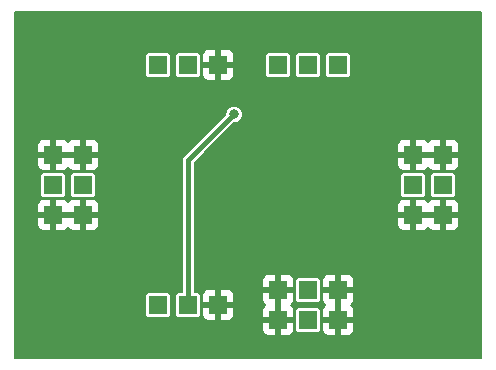
<source format=gbr>
%TF.GenerationSoftware,KiCad,Pcbnew,6.0.11+dfsg-1~bpo11+1*%
%TF.CreationDate,2023-04-13T12:24:12+00:00*%
%TF.ProjectId,STEPBUBODC01A,53544550-4255-4424-9f44-433031412e6b,rev?*%
%TF.SameCoordinates,Original*%
%TF.FileFunction,Copper,L1,Top*%
%TF.FilePolarity,Positive*%
%FSLAX46Y46*%
G04 Gerber Fmt 4.6, Leading zero omitted, Abs format (unit mm)*
G04 Created by KiCad (PCBNEW 6.0.11+dfsg-1~bpo11+1) date 2023-04-13 12:24:12*
%MOMM*%
%LPD*%
G01*
G04 APERTURE LIST*
%TA.AperFunction,ComponentPad*%
%ADD10R,1.524000X1.524000*%
%TD*%
%TA.AperFunction,ComponentPad*%
%ADD11C,6.000000*%
%TD*%
%TA.AperFunction,ViaPad*%
%ADD12C,0.800000*%
%TD*%
%TA.AperFunction,Conductor*%
%ADD13C,0.400000*%
%TD*%
G04 APERTURE END LIST*
D10*
%TO.P,J4,1*%
%TO.N,Net-(J4-Pad1)*%
X149860000Y-76200000D03*
%TO.P,J4,2*%
%TO.N,/FB*%
X147320000Y-76200000D03*
%TO.P,J4,3*%
%TO.N,Net-(J4-Pad3)*%
X144780000Y-76200000D03*
%TD*%
D11*
%TO.P,M4,1*%
%TO.N,GND*%
X157480000Y-96520000D03*
%TD*%
D10*
%TO.P,J2,1*%
%TO.N,GND*%
X125730000Y-83820000D03*
%TO.P,J2,2*%
X128270000Y-83820000D03*
%TO.P,J2,3*%
%TO.N,Net-(F1-Pad1)*%
X125730000Y-86360000D03*
%TO.P,J2,4*%
X128270000Y-86360000D03*
%TO.P,J2,5*%
%TO.N,GND*%
X125730000Y-88900000D03*
%TO.P,J2,6*%
X128270000Y-88900000D03*
%TD*%
%TO.P,J1,1*%
%TO.N,GND*%
X139700000Y-76200000D03*
%TO.P,J1,2*%
%TO.N,/en*%
X137160000Y-76200000D03*
%TO.P,J1,3*%
%TO.N,/V_in*%
X134620000Y-76200000D03*
%TD*%
%TO.P,J3,1*%
%TO.N,GND*%
X139700000Y-96520000D03*
%TO.P,J3,2*%
%TO.N,/mod*%
X137160000Y-96520000D03*
%TO.P,J3,3*%
%TO.N,/V_in*%
X134620000Y-96520000D03*
%TD*%
D11*
%TO.P,M1,1*%
%TO.N,GND*%
X127000000Y-76200000D03*
%TD*%
%TO.P,M2,1*%
%TO.N,GND*%
X127000000Y-96520000D03*
%TD*%
D10*
%TO.P,J5,1*%
%TO.N,GND*%
X149860000Y-95250000D03*
%TO.P,J5,2*%
X149860000Y-97790000D03*
%TO.P,J5,3*%
%TO.N,/V_out*%
X147320000Y-95250000D03*
%TO.P,J5,4*%
X147320000Y-97790000D03*
%TO.P,J5,5*%
%TO.N,GND*%
X144780000Y-95250000D03*
%TO.P,J5,6*%
X144780000Y-97790000D03*
%TD*%
D11*
%TO.P,M3,1*%
%TO.N,GND*%
X157480000Y-76200000D03*
%TD*%
D10*
%TO.P,J6,1*%
%TO.N,GND*%
X156210000Y-83820000D03*
%TO.P,J6,2*%
X158750000Y-83820000D03*
%TO.P,J6,3*%
%TO.N,/V_out*%
X156210000Y-86360000D03*
%TO.P,J6,4*%
X158750000Y-86360000D03*
%TO.P,J6,5*%
%TO.N,GND*%
X156210000Y-88900000D03*
%TO.P,J6,6*%
X158750000Y-88900000D03*
%TD*%
D12*
%TO.N,GND*%
X142417800Y-81838800D03*
%TO.N,/mod*%
X141046200Y-80391000D03*
%TD*%
D13*
%TO.N,/mod*%
X137160000Y-84277200D02*
X137160000Y-96520000D01*
X141046200Y-80391000D02*
X137160000Y-84277200D01*
%TD*%
%TA.AperFunction,Conductor*%
%TO.N,GND*%
G36*
X161993621Y-71648502D02*
G01*
X162040114Y-71702158D01*
X162051500Y-71754500D01*
X162051500Y-100965500D01*
X162031498Y-101033621D01*
X161977842Y-101080114D01*
X161925500Y-101091500D01*
X122554500Y-101091500D01*
X122486379Y-101071498D01*
X122439886Y-101017842D01*
X122428500Y-100965500D01*
X122428500Y-98596669D01*
X143510001Y-98596669D01*
X143510371Y-98603490D01*
X143515895Y-98654352D01*
X143519521Y-98669604D01*
X143564676Y-98790054D01*
X143573214Y-98805649D01*
X143649715Y-98907724D01*
X143662276Y-98920285D01*
X143764351Y-98996786D01*
X143779946Y-99005324D01*
X143900394Y-99050478D01*
X143915649Y-99054105D01*
X143966514Y-99059631D01*
X143973328Y-99060000D01*
X144507885Y-99060000D01*
X144523124Y-99055525D01*
X144524329Y-99054135D01*
X144526000Y-99046452D01*
X144526000Y-99041884D01*
X145034000Y-99041884D01*
X145038475Y-99057123D01*
X145039865Y-99058328D01*
X145047548Y-99059999D01*
X145586669Y-99059999D01*
X145593490Y-99059629D01*
X145644352Y-99054105D01*
X145659604Y-99050479D01*
X145780054Y-99005324D01*
X145795649Y-98996786D01*
X145897724Y-98920285D01*
X145910285Y-98907724D01*
X145986786Y-98805649D01*
X145995324Y-98790054D01*
X146040478Y-98669606D01*
X146044105Y-98654351D01*
X146049631Y-98603486D01*
X146050000Y-98596672D01*
X146050000Y-98062115D01*
X146045525Y-98046876D01*
X146044135Y-98045671D01*
X146036452Y-98044000D01*
X145052115Y-98044000D01*
X145036876Y-98048475D01*
X145035671Y-98049865D01*
X145034000Y-98057548D01*
X145034000Y-99041884D01*
X144526000Y-99041884D01*
X144526000Y-98062115D01*
X144521525Y-98046876D01*
X144520135Y-98045671D01*
X144512452Y-98044000D01*
X143528116Y-98044000D01*
X143512877Y-98048475D01*
X143511672Y-98049865D01*
X143510001Y-98057548D01*
X143510001Y-98596669D01*
X122428500Y-98596669D01*
X122428500Y-95732933D01*
X133603500Y-95732933D01*
X133603501Y-97307066D01*
X133618266Y-97381301D01*
X133674516Y-97465484D01*
X133758699Y-97521734D01*
X133832933Y-97536500D01*
X134619872Y-97536500D01*
X135407066Y-97536499D01*
X135442818Y-97529388D01*
X135469126Y-97524156D01*
X135469128Y-97524155D01*
X135481301Y-97521734D01*
X135491621Y-97514839D01*
X135491622Y-97514838D01*
X135555168Y-97472377D01*
X135565484Y-97465484D01*
X135621734Y-97381301D01*
X135636500Y-97307067D01*
X135636499Y-95732934D01*
X135636499Y-95732933D01*
X136143500Y-95732933D01*
X136143501Y-97307066D01*
X136158266Y-97381301D01*
X136214516Y-97465484D01*
X136298699Y-97521734D01*
X136372933Y-97536500D01*
X137159872Y-97536500D01*
X137947066Y-97536499D01*
X137982818Y-97529388D01*
X138009126Y-97524156D01*
X138009128Y-97524155D01*
X138021301Y-97521734D01*
X138031621Y-97514839D01*
X138031622Y-97514838D01*
X138095168Y-97472377D01*
X138105484Y-97465484D01*
X138161734Y-97381301D01*
X138172601Y-97326669D01*
X138430001Y-97326669D01*
X138430371Y-97333490D01*
X138435895Y-97384352D01*
X138439521Y-97399604D01*
X138484676Y-97520054D01*
X138493214Y-97535649D01*
X138569715Y-97637724D01*
X138582276Y-97650285D01*
X138684351Y-97726786D01*
X138699946Y-97735324D01*
X138820394Y-97780478D01*
X138835649Y-97784105D01*
X138886514Y-97789631D01*
X138893328Y-97790000D01*
X139427885Y-97790000D01*
X139443124Y-97785525D01*
X139444329Y-97784135D01*
X139446000Y-97776452D01*
X139446000Y-97771884D01*
X139954000Y-97771884D01*
X139958475Y-97787123D01*
X139959865Y-97788328D01*
X139967548Y-97789999D01*
X140506669Y-97789999D01*
X140513490Y-97789629D01*
X140564352Y-97784105D01*
X140579604Y-97780479D01*
X140700054Y-97735324D01*
X140715649Y-97726786D01*
X140817724Y-97650285D01*
X140830285Y-97637724D01*
X140906786Y-97535649D01*
X140915324Y-97520054D01*
X140916137Y-97517885D01*
X143510000Y-97517885D01*
X143514475Y-97533124D01*
X143515865Y-97534329D01*
X143523548Y-97536000D01*
X144507885Y-97536000D01*
X144523124Y-97531525D01*
X144524329Y-97530135D01*
X144526000Y-97522452D01*
X144526000Y-97517885D01*
X145034000Y-97517885D01*
X145038475Y-97533124D01*
X145039865Y-97534329D01*
X145047548Y-97536000D01*
X146031884Y-97536000D01*
X146047123Y-97531525D01*
X146048328Y-97530135D01*
X146049999Y-97522452D01*
X146049999Y-97002933D01*
X146303500Y-97002933D01*
X146303501Y-98577066D01*
X146318266Y-98651301D01*
X146374516Y-98735484D01*
X146458699Y-98791734D01*
X146532933Y-98806500D01*
X147319872Y-98806500D01*
X148107066Y-98806499D01*
X148142818Y-98799388D01*
X148169126Y-98794156D01*
X148169128Y-98794155D01*
X148181301Y-98791734D01*
X148191621Y-98784839D01*
X148191622Y-98784838D01*
X148255168Y-98742377D01*
X148265484Y-98735484D01*
X148321734Y-98651301D01*
X148332601Y-98596669D01*
X148590001Y-98596669D01*
X148590371Y-98603490D01*
X148595895Y-98654352D01*
X148599521Y-98669604D01*
X148644676Y-98790054D01*
X148653214Y-98805649D01*
X148729715Y-98907724D01*
X148742276Y-98920285D01*
X148844351Y-98996786D01*
X148859946Y-99005324D01*
X148980394Y-99050478D01*
X148995649Y-99054105D01*
X149046514Y-99059631D01*
X149053328Y-99060000D01*
X149587885Y-99060000D01*
X149603124Y-99055525D01*
X149604329Y-99054135D01*
X149606000Y-99046452D01*
X149606000Y-99041884D01*
X150114000Y-99041884D01*
X150118475Y-99057123D01*
X150119865Y-99058328D01*
X150127548Y-99059999D01*
X150666669Y-99059999D01*
X150673490Y-99059629D01*
X150724352Y-99054105D01*
X150739604Y-99050479D01*
X150860054Y-99005324D01*
X150875649Y-98996786D01*
X150977724Y-98920285D01*
X150990285Y-98907724D01*
X151066786Y-98805649D01*
X151075324Y-98790054D01*
X151120478Y-98669606D01*
X151124105Y-98654351D01*
X151129631Y-98603486D01*
X151130000Y-98596672D01*
X151130000Y-98062115D01*
X151125525Y-98046876D01*
X151124135Y-98045671D01*
X151116452Y-98044000D01*
X150132115Y-98044000D01*
X150116876Y-98048475D01*
X150115671Y-98049865D01*
X150114000Y-98057548D01*
X150114000Y-99041884D01*
X149606000Y-99041884D01*
X149606000Y-98062115D01*
X149601525Y-98046876D01*
X149600135Y-98045671D01*
X149592452Y-98044000D01*
X148608116Y-98044000D01*
X148592877Y-98048475D01*
X148591672Y-98049865D01*
X148590001Y-98057548D01*
X148590001Y-98596669D01*
X148332601Y-98596669D01*
X148336500Y-98577067D01*
X148336499Y-97517885D01*
X148590000Y-97517885D01*
X148594475Y-97533124D01*
X148595865Y-97534329D01*
X148603548Y-97536000D01*
X149587885Y-97536000D01*
X149603124Y-97531525D01*
X149604329Y-97530135D01*
X149606000Y-97522452D01*
X149606000Y-97517885D01*
X150114000Y-97517885D01*
X150118475Y-97533124D01*
X150119865Y-97534329D01*
X150127548Y-97536000D01*
X151111884Y-97536000D01*
X151127123Y-97531525D01*
X151128328Y-97530135D01*
X151129999Y-97522452D01*
X151129999Y-96983331D01*
X151129629Y-96976510D01*
X151124105Y-96925648D01*
X151120479Y-96910396D01*
X151075324Y-96789946D01*
X151066786Y-96774351D01*
X150990285Y-96672276D01*
X150977725Y-96659716D01*
X150925835Y-96620827D01*
X150883319Y-96563968D01*
X150878293Y-96493149D01*
X150912353Y-96430856D01*
X150925835Y-96419173D01*
X150977725Y-96380284D01*
X150990285Y-96367724D01*
X151066786Y-96265649D01*
X151075324Y-96250054D01*
X151120478Y-96129606D01*
X151124105Y-96114351D01*
X151129631Y-96063486D01*
X151130000Y-96056672D01*
X151130000Y-95522115D01*
X151125525Y-95506876D01*
X151124135Y-95505671D01*
X151116452Y-95504000D01*
X150132115Y-95504000D01*
X150116876Y-95508475D01*
X150115671Y-95509865D01*
X150114000Y-95517548D01*
X150114000Y-97517885D01*
X149606000Y-97517885D01*
X149606000Y-95522115D01*
X149601525Y-95506876D01*
X149600135Y-95505671D01*
X149592452Y-95504000D01*
X148608116Y-95504000D01*
X148592877Y-95508475D01*
X148591672Y-95509865D01*
X148590001Y-95517548D01*
X148590001Y-96056669D01*
X148590371Y-96063490D01*
X148595895Y-96114352D01*
X148599521Y-96129604D01*
X148644676Y-96250054D01*
X148653214Y-96265649D01*
X148729715Y-96367724D01*
X148742275Y-96380284D01*
X148794165Y-96419173D01*
X148836681Y-96476032D01*
X148841707Y-96546851D01*
X148807647Y-96609144D01*
X148794165Y-96620827D01*
X148742275Y-96659716D01*
X148729715Y-96672276D01*
X148653214Y-96774351D01*
X148644676Y-96789946D01*
X148599522Y-96910394D01*
X148595895Y-96925649D01*
X148590369Y-96976514D01*
X148590000Y-96983328D01*
X148590000Y-97517885D01*
X148336499Y-97517885D01*
X148336499Y-97002934D01*
X148321734Y-96928699D01*
X148265484Y-96844516D01*
X148181301Y-96788266D01*
X148107067Y-96773500D01*
X147320128Y-96773500D01*
X146532934Y-96773501D01*
X146497182Y-96780612D01*
X146470874Y-96785844D01*
X146470872Y-96785845D01*
X146458699Y-96788266D01*
X146448379Y-96795161D01*
X146448378Y-96795162D01*
X146387985Y-96835516D01*
X146374516Y-96844516D01*
X146318266Y-96928699D01*
X146303500Y-97002933D01*
X146049999Y-97002933D01*
X146049999Y-96983331D01*
X146049629Y-96976510D01*
X146044105Y-96925648D01*
X146040479Y-96910396D01*
X145995324Y-96789946D01*
X145986786Y-96774351D01*
X145910285Y-96672276D01*
X145897725Y-96659716D01*
X145845835Y-96620827D01*
X145803319Y-96563968D01*
X145798293Y-96493149D01*
X145832353Y-96430856D01*
X145845835Y-96419173D01*
X145897725Y-96380284D01*
X145910285Y-96367724D01*
X145986786Y-96265649D01*
X145995324Y-96250054D01*
X146040478Y-96129606D01*
X146044105Y-96114351D01*
X146049631Y-96063486D01*
X146050000Y-96056672D01*
X146050000Y-95522115D01*
X146045525Y-95506876D01*
X146044135Y-95505671D01*
X146036452Y-95504000D01*
X145052115Y-95504000D01*
X145036876Y-95508475D01*
X145035671Y-95509865D01*
X145034000Y-95517548D01*
X145034000Y-97517885D01*
X144526000Y-97517885D01*
X144526000Y-95522115D01*
X144521525Y-95506876D01*
X144520135Y-95505671D01*
X144512452Y-95504000D01*
X143528116Y-95504000D01*
X143512877Y-95508475D01*
X143511672Y-95509865D01*
X143510001Y-95517548D01*
X143510001Y-96056669D01*
X143510371Y-96063490D01*
X143515895Y-96114352D01*
X143519521Y-96129604D01*
X143564676Y-96250054D01*
X143573214Y-96265649D01*
X143649715Y-96367724D01*
X143662275Y-96380284D01*
X143714165Y-96419173D01*
X143756681Y-96476032D01*
X143761707Y-96546851D01*
X143727647Y-96609144D01*
X143714165Y-96620827D01*
X143662275Y-96659716D01*
X143649715Y-96672276D01*
X143573214Y-96774351D01*
X143564676Y-96789946D01*
X143519522Y-96910394D01*
X143515895Y-96925649D01*
X143510369Y-96976514D01*
X143510000Y-96983328D01*
X143510000Y-97517885D01*
X140916137Y-97517885D01*
X140960478Y-97399606D01*
X140964105Y-97384351D01*
X140969631Y-97333486D01*
X140970000Y-97326672D01*
X140970000Y-96792115D01*
X140965525Y-96776876D01*
X140964135Y-96775671D01*
X140956452Y-96774000D01*
X139972115Y-96774000D01*
X139956876Y-96778475D01*
X139955671Y-96779865D01*
X139954000Y-96787548D01*
X139954000Y-97771884D01*
X139446000Y-97771884D01*
X139446000Y-96792115D01*
X139441525Y-96776876D01*
X139440135Y-96775671D01*
X139432452Y-96774000D01*
X138448116Y-96774000D01*
X138432877Y-96778475D01*
X138431672Y-96779865D01*
X138430001Y-96787548D01*
X138430001Y-97326669D01*
X138172601Y-97326669D01*
X138176500Y-97307067D01*
X138176499Y-96247885D01*
X138430000Y-96247885D01*
X138434475Y-96263124D01*
X138435865Y-96264329D01*
X138443548Y-96266000D01*
X139427885Y-96266000D01*
X139443124Y-96261525D01*
X139444329Y-96260135D01*
X139446000Y-96252452D01*
X139446000Y-96247885D01*
X139954000Y-96247885D01*
X139958475Y-96263124D01*
X139959865Y-96264329D01*
X139967548Y-96266000D01*
X140951884Y-96266000D01*
X140967123Y-96261525D01*
X140968328Y-96260135D01*
X140969999Y-96252452D01*
X140969999Y-95713331D01*
X140969629Y-95706510D01*
X140964105Y-95655648D01*
X140960479Y-95640396D01*
X140915324Y-95519946D01*
X140906786Y-95504351D01*
X140830285Y-95402276D01*
X140817724Y-95389715D01*
X140715649Y-95313214D01*
X140700054Y-95304676D01*
X140579606Y-95259522D01*
X140564351Y-95255895D01*
X140513486Y-95250369D01*
X140506672Y-95250000D01*
X139972115Y-95250000D01*
X139956876Y-95254475D01*
X139955671Y-95255865D01*
X139954000Y-95263548D01*
X139954000Y-96247885D01*
X139446000Y-96247885D01*
X139446000Y-95268116D01*
X139441525Y-95252877D01*
X139440135Y-95251672D01*
X139432452Y-95250001D01*
X138893331Y-95250001D01*
X138886510Y-95250371D01*
X138835648Y-95255895D01*
X138820396Y-95259521D01*
X138699946Y-95304676D01*
X138684351Y-95313214D01*
X138582276Y-95389715D01*
X138569715Y-95402276D01*
X138493214Y-95504351D01*
X138484676Y-95519946D01*
X138439522Y-95640394D01*
X138435895Y-95655649D01*
X138430369Y-95706514D01*
X138430000Y-95713328D01*
X138430000Y-96247885D01*
X138176499Y-96247885D01*
X138176499Y-95732934D01*
X138161734Y-95658699D01*
X138105484Y-95574516D01*
X138021301Y-95518266D01*
X137947067Y-95503500D01*
X137740500Y-95503500D01*
X137672379Y-95483498D01*
X137625886Y-95429842D01*
X137614500Y-95377500D01*
X137614500Y-94977885D01*
X143510000Y-94977885D01*
X143514475Y-94993124D01*
X143515865Y-94994329D01*
X143523548Y-94996000D01*
X144507885Y-94996000D01*
X144523124Y-94991525D01*
X144524329Y-94990135D01*
X144526000Y-94982452D01*
X144526000Y-94977885D01*
X145034000Y-94977885D01*
X145038475Y-94993124D01*
X145039865Y-94994329D01*
X145047548Y-94996000D01*
X146031884Y-94996000D01*
X146047123Y-94991525D01*
X146048328Y-94990135D01*
X146049999Y-94982452D01*
X146049999Y-94462933D01*
X146303500Y-94462933D01*
X146303501Y-96037066D01*
X146318266Y-96111301D01*
X146374516Y-96195484D01*
X146458699Y-96251734D01*
X146532933Y-96266500D01*
X147319872Y-96266500D01*
X148107066Y-96266499D01*
X148142818Y-96259388D01*
X148169126Y-96254156D01*
X148169128Y-96254155D01*
X148181301Y-96251734D01*
X148191621Y-96244839D01*
X148191622Y-96244838D01*
X148255168Y-96202377D01*
X148265484Y-96195484D01*
X148321734Y-96111301D01*
X148336500Y-96037067D01*
X148336499Y-94977885D01*
X148590000Y-94977885D01*
X148594475Y-94993124D01*
X148595865Y-94994329D01*
X148603548Y-94996000D01*
X149587885Y-94996000D01*
X149603124Y-94991525D01*
X149604329Y-94990135D01*
X149606000Y-94982452D01*
X149606000Y-94977885D01*
X150114000Y-94977885D01*
X150118475Y-94993124D01*
X150119865Y-94994329D01*
X150127548Y-94996000D01*
X151111884Y-94996000D01*
X151127123Y-94991525D01*
X151128328Y-94990135D01*
X151129999Y-94982452D01*
X151129999Y-94443331D01*
X151129629Y-94436510D01*
X151124105Y-94385648D01*
X151120479Y-94370396D01*
X151075324Y-94249946D01*
X151066786Y-94234351D01*
X150990285Y-94132276D01*
X150977724Y-94119715D01*
X150875649Y-94043214D01*
X150860054Y-94034676D01*
X150739606Y-93989522D01*
X150724351Y-93985895D01*
X150673486Y-93980369D01*
X150666672Y-93980000D01*
X150132115Y-93980000D01*
X150116876Y-93984475D01*
X150115671Y-93985865D01*
X150114000Y-93993548D01*
X150114000Y-94977885D01*
X149606000Y-94977885D01*
X149606000Y-93998116D01*
X149601525Y-93982877D01*
X149600135Y-93981672D01*
X149592452Y-93980001D01*
X149053331Y-93980001D01*
X149046510Y-93980371D01*
X148995648Y-93985895D01*
X148980396Y-93989521D01*
X148859946Y-94034676D01*
X148844351Y-94043214D01*
X148742276Y-94119715D01*
X148729715Y-94132276D01*
X148653214Y-94234351D01*
X148644676Y-94249946D01*
X148599522Y-94370394D01*
X148595895Y-94385649D01*
X148590369Y-94436514D01*
X148590000Y-94443328D01*
X148590000Y-94977885D01*
X148336499Y-94977885D01*
X148336499Y-94462934D01*
X148321734Y-94388699D01*
X148265484Y-94304516D01*
X148181301Y-94248266D01*
X148107067Y-94233500D01*
X147320128Y-94233500D01*
X146532934Y-94233501D01*
X146497182Y-94240612D01*
X146470874Y-94245844D01*
X146470872Y-94245845D01*
X146458699Y-94248266D01*
X146448379Y-94255161D01*
X146448378Y-94255162D01*
X146387985Y-94295516D01*
X146374516Y-94304516D01*
X146318266Y-94388699D01*
X146303500Y-94462933D01*
X146049999Y-94462933D01*
X146049999Y-94443331D01*
X146049629Y-94436510D01*
X146044105Y-94385648D01*
X146040479Y-94370396D01*
X145995324Y-94249946D01*
X145986786Y-94234351D01*
X145910285Y-94132276D01*
X145897724Y-94119715D01*
X145795649Y-94043214D01*
X145780054Y-94034676D01*
X145659606Y-93989522D01*
X145644351Y-93985895D01*
X145593486Y-93980369D01*
X145586672Y-93980000D01*
X145052115Y-93980000D01*
X145036876Y-93984475D01*
X145035671Y-93985865D01*
X145034000Y-93993548D01*
X145034000Y-94977885D01*
X144526000Y-94977885D01*
X144526000Y-93998116D01*
X144521525Y-93982877D01*
X144520135Y-93981672D01*
X144512452Y-93980001D01*
X143973331Y-93980001D01*
X143966510Y-93980371D01*
X143915648Y-93985895D01*
X143900396Y-93989521D01*
X143779946Y-94034676D01*
X143764351Y-94043214D01*
X143662276Y-94119715D01*
X143649715Y-94132276D01*
X143573214Y-94234351D01*
X143564676Y-94249946D01*
X143519522Y-94370394D01*
X143515895Y-94385649D01*
X143510369Y-94436514D01*
X143510000Y-94443328D01*
X143510000Y-94977885D01*
X137614500Y-94977885D01*
X137614500Y-89706669D01*
X154940001Y-89706669D01*
X154940371Y-89713490D01*
X154945895Y-89764352D01*
X154949521Y-89779604D01*
X154994676Y-89900054D01*
X155003214Y-89915649D01*
X155079715Y-90017724D01*
X155092276Y-90030285D01*
X155194351Y-90106786D01*
X155209946Y-90115324D01*
X155330394Y-90160478D01*
X155345649Y-90164105D01*
X155396514Y-90169631D01*
X155403328Y-90170000D01*
X155937885Y-90170000D01*
X155953124Y-90165525D01*
X155954329Y-90164135D01*
X155956000Y-90156452D01*
X155956000Y-90151884D01*
X156464000Y-90151884D01*
X156468475Y-90167123D01*
X156469865Y-90168328D01*
X156477548Y-90169999D01*
X157016669Y-90169999D01*
X157023490Y-90169629D01*
X157074352Y-90164105D01*
X157089604Y-90160479D01*
X157210054Y-90115324D01*
X157225649Y-90106786D01*
X157327724Y-90030285D01*
X157340284Y-90017725D01*
X157379173Y-89965835D01*
X157436032Y-89923319D01*
X157506851Y-89918293D01*
X157569144Y-89952353D01*
X157580827Y-89965835D01*
X157619716Y-90017725D01*
X157632276Y-90030285D01*
X157734351Y-90106786D01*
X157749946Y-90115324D01*
X157870394Y-90160478D01*
X157885649Y-90164105D01*
X157936514Y-90169631D01*
X157943328Y-90170000D01*
X158477885Y-90170000D01*
X158493124Y-90165525D01*
X158494329Y-90164135D01*
X158496000Y-90156452D01*
X158496000Y-90151884D01*
X159004000Y-90151884D01*
X159008475Y-90167123D01*
X159009865Y-90168328D01*
X159017548Y-90169999D01*
X159556669Y-90169999D01*
X159563490Y-90169629D01*
X159614352Y-90164105D01*
X159629604Y-90160479D01*
X159750054Y-90115324D01*
X159765649Y-90106786D01*
X159867724Y-90030285D01*
X159880285Y-90017724D01*
X159956786Y-89915649D01*
X159965324Y-89900054D01*
X160010478Y-89779606D01*
X160014105Y-89764351D01*
X160019631Y-89713486D01*
X160020000Y-89706672D01*
X160020000Y-89172115D01*
X160015525Y-89156876D01*
X160014135Y-89155671D01*
X160006452Y-89154000D01*
X159022115Y-89154000D01*
X159006876Y-89158475D01*
X159005671Y-89159865D01*
X159004000Y-89167548D01*
X159004000Y-90151884D01*
X158496000Y-90151884D01*
X158496000Y-89172115D01*
X158491525Y-89156876D01*
X158490135Y-89155671D01*
X158482452Y-89154000D01*
X156482115Y-89154000D01*
X156466876Y-89158475D01*
X156465671Y-89159865D01*
X156464000Y-89167548D01*
X156464000Y-90151884D01*
X155956000Y-90151884D01*
X155956000Y-89172115D01*
X155951525Y-89156876D01*
X155950135Y-89155671D01*
X155942452Y-89154000D01*
X154958116Y-89154000D01*
X154942877Y-89158475D01*
X154941672Y-89159865D01*
X154940001Y-89167548D01*
X154940001Y-89706669D01*
X137614500Y-89706669D01*
X137614500Y-88627885D01*
X154940000Y-88627885D01*
X154944475Y-88643124D01*
X154945865Y-88644329D01*
X154953548Y-88646000D01*
X155937885Y-88646000D01*
X155953124Y-88641525D01*
X155954329Y-88640135D01*
X155956000Y-88632452D01*
X155956000Y-88627885D01*
X156464000Y-88627885D01*
X156468475Y-88643124D01*
X156469865Y-88644329D01*
X156477548Y-88646000D01*
X158477885Y-88646000D01*
X158493124Y-88641525D01*
X158494329Y-88640135D01*
X158496000Y-88632452D01*
X158496000Y-88627885D01*
X159004000Y-88627885D01*
X159008475Y-88643124D01*
X159009865Y-88644329D01*
X159017548Y-88646000D01*
X160001884Y-88646000D01*
X160017123Y-88641525D01*
X160018328Y-88640135D01*
X160019999Y-88632452D01*
X160019999Y-88093331D01*
X160019629Y-88086510D01*
X160014105Y-88035648D01*
X160010479Y-88020396D01*
X159965324Y-87899946D01*
X159956786Y-87884351D01*
X159880285Y-87782276D01*
X159867724Y-87769715D01*
X159765649Y-87693214D01*
X159750054Y-87684676D01*
X159629606Y-87639522D01*
X159614351Y-87635895D01*
X159563486Y-87630369D01*
X159556672Y-87630000D01*
X159022115Y-87630000D01*
X159006876Y-87634475D01*
X159005671Y-87635865D01*
X159004000Y-87643548D01*
X159004000Y-88627885D01*
X158496000Y-88627885D01*
X158496000Y-87648116D01*
X158491525Y-87632877D01*
X158490135Y-87631672D01*
X158482452Y-87630001D01*
X157943331Y-87630001D01*
X157936510Y-87630371D01*
X157885648Y-87635895D01*
X157870396Y-87639521D01*
X157749946Y-87684676D01*
X157734351Y-87693214D01*
X157632276Y-87769715D01*
X157619716Y-87782275D01*
X157580827Y-87834165D01*
X157523968Y-87876681D01*
X157453149Y-87881707D01*
X157390856Y-87847647D01*
X157379173Y-87834165D01*
X157340284Y-87782275D01*
X157327724Y-87769715D01*
X157225649Y-87693214D01*
X157210054Y-87684676D01*
X157089606Y-87639522D01*
X157074351Y-87635895D01*
X157023486Y-87630369D01*
X157016672Y-87630000D01*
X156482115Y-87630000D01*
X156466876Y-87634475D01*
X156465671Y-87635865D01*
X156464000Y-87643548D01*
X156464000Y-88627885D01*
X155956000Y-88627885D01*
X155956000Y-87648116D01*
X155951525Y-87632877D01*
X155950135Y-87631672D01*
X155942452Y-87630001D01*
X155403331Y-87630001D01*
X155396510Y-87630371D01*
X155345648Y-87635895D01*
X155330396Y-87639521D01*
X155209946Y-87684676D01*
X155194351Y-87693214D01*
X155092276Y-87769715D01*
X155079715Y-87782276D01*
X155003214Y-87884351D01*
X154994676Y-87899946D01*
X154949522Y-88020394D01*
X154945895Y-88035649D01*
X154940369Y-88086514D01*
X154940000Y-88093328D01*
X154940000Y-88627885D01*
X137614500Y-88627885D01*
X137614500Y-85572933D01*
X155193500Y-85572933D01*
X155193501Y-87147066D01*
X155208266Y-87221301D01*
X155264516Y-87305484D01*
X155348699Y-87361734D01*
X155422933Y-87376500D01*
X156209872Y-87376500D01*
X156997066Y-87376499D01*
X157032818Y-87369388D01*
X157059126Y-87364156D01*
X157059128Y-87364155D01*
X157071301Y-87361734D01*
X157081621Y-87354839D01*
X157081622Y-87354838D01*
X157145168Y-87312377D01*
X157155484Y-87305484D01*
X157211734Y-87221301D01*
X157226500Y-87147067D01*
X157226499Y-85572934D01*
X157226499Y-85572933D01*
X157733500Y-85572933D01*
X157733501Y-87147066D01*
X157748266Y-87221301D01*
X157804516Y-87305484D01*
X157888699Y-87361734D01*
X157962933Y-87376500D01*
X158749872Y-87376500D01*
X159537066Y-87376499D01*
X159572818Y-87369388D01*
X159599126Y-87364156D01*
X159599128Y-87364155D01*
X159611301Y-87361734D01*
X159621621Y-87354839D01*
X159621622Y-87354838D01*
X159685168Y-87312377D01*
X159695484Y-87305484D01*
X159751734Y-87221301D01*
X159766500Y-87147067D01*
X159766499Y-85572934D01*
X159751734Y-85498699D01*
X159695484Y-85414516D01*
X159611301Y-85358266D01*
X159537067Y-85343500D01*
X158750128Y-85343500D01*
X157962934Y-85343501D01*
X157927182Y-85350612D01*
X157900874Y-85355844D01*
X157900872Y-85355845D01*
X157888699Y-85358266D01*
X157878379Y-85365161D01*
X157878378Y-85365162D01*
X157817985Y-85405516D01*
X157804516Y-85414516D01*
X157748266Y-85498699D01*
X157733500Y-85572933D01*
X157226499Y-85572933D01*
X157211734Y-85498699D01*
X157155484Y-85414516D01*
X157071301Y-85358266D01*
X156997067Y-85343500D01*
X156210128Y-85343500D01*
X155422934Y-85343501D01*
X155387182Y-85350612D01*
X155360874Y-85355844D01*
X155360872Y-85355845D01*
X155348699Y-85358266D01*
X155338379Y-85365161D01*
X155338378Y-85365162D01*
X155277985Y-85405516D01*
X155264516Y-85414516D01*
X155208266Y-85498699D01*
X155193500Y-85572933D01*
X137614500Y-85572933D01*
X137614500Y-84626669D01*
X154940001Y-84626669D01*
X154940371Y-84633490D01*
X154945895Y-84684352D01*
X154949521Y-84699604D01*
X154994676Y-84820054D01*
X155003214Y-84835649D01*
X155079715Y-84937724D01*
X155092276Y-84950285D01*
X155194351Y-85026786D01*
X155209946Y-85035324D01*
X155330394Y-85080478D01*
X155345649Y-85084105D01*
X155396514Y-85089631D01*
X155403328Y-85090000D01*
X155937885Y-85090000D01*
X155953124Y-85085525D01*
X155954329Y-85084135D01*
X155956000Y-85076452D01*
X155956000Y-85071884D01*
X156464000Y-85071884D01*
X156468475Y-85087123D01*
X156469865Y-85088328D01*
X156477548Y-85089999D01*
X157016669Y-85089999D01*
X157023490Y-85089629D01*
X157074352Y-85084105D01*
X157089604Y-85080479D01*
X157210054Y-85035324D01*
X157225649Y-85026786D01*
X157327724Y-84950285D01*
X157340284Y-84937725D01*
X157379173Y-84885835D01*
X157436032Y-84843319D01*
X157506851Y-84838293D01*
X157569144Y-84872353D01*
X157580827Y-84885835D01*
X157619716Y-84937725D01*
X157632276Y-84950285D01*
X157734351Y-85026786D01*
X157749946Y-85035324D01*
X157870394Y-85080478D01*
X157885649Y-85084105D01*
X157936514Y-85089631D01*
X157943328Y-85090000D01*
X158477885Y-85090000D01*
X158493124Y-85085525D01*
X158494329Y-85084135D01*
X158496000Y-85076452D01*
X158496000Y-85071884D01*
X159004000Y-85071884D01*
X159008475Y-85087123D01*
X159009865Y-85088328D01*
X159017548Y-85089999D01*
X159556669Y-85089999D01*
X159563490Y-85089629D01*
X159614352Y-85084105D01*
X159629604Y-85080479D01*
X159750054Y-85035324D01*
X159765649Y-85026786D01*
X159867724Y-84950285D01*
X159880285Y-84937724D01*
X159956786Y-84835649D01*
X159965324Y-84820054D01*
X160010478Y-84699606D01*
X160014105Y-84684351D01*
X160019631Y-84633486D01*
X160020000Y-84626672D01*
X160020000Y-84092115D01*
X160015525Y-84076876D01*
X160014135Y-84075671D01*
X160006452Y-84074000D01*
X159022115Y-84074000D01*
X159006876Y-84078475D01*
X159005671Y-84079865D01*
X159004000Y-84087548D01*
X159004000Y-85071884D01*
X158496000Y-85071884D01*
X158496000Y-84092115D01*
X158491525Y-84076876D01*
X158490135Y-84075671D01*
X158482452Y-84074000D01*
X156482115Y-84074000D01*
X156466876Y-84078475D01*
X156465671Y-84079865D01*
X156464000Y-84087548D01*
X156464000Y-85071884D01*
X155956000Y-85071884D01*
X155956000Y-84092115D01*
X155951525Y-84076876D01*
X155950135Y-84075671D01*
X155942452Y-84074000D01*
X154958116Y-84074000D01*
X154942877Y-84078475D01*
X154941672Y-84079865D01*
X154940001Y-84087548D01*
X154940001Y-84626669D01*
X137614500Y-84626669D01*
X137614500Y-84517650D01*
X137634502Y-84449529D01*
X137651405Y-84428555D01*
X138532075Y-83547885D01*
X154940000Y-83547885D01*
X154944475Y-83563124D01*
X154945865Y-83564329D01*
X154953548Y-83566000D01*
X155937885Y-83566000D01*
X155953124Y-83561525D01*
X155954329Y-83560135D01*
X155956000Y-83552452D01*
X155956000Y-83547885D01*
X156464000Y-83547885D01*
X156468475Y-83563124D01*
X156469865Y-83564329D01*
X156477548Y-83566000D01*
X158477885Y-83566000D01*
X158493124Y-83561525D01*
X158494329Y-83560135D01*
X158496000Y-83552452D01*
X158496000Y-83547885D01*
X159004000Y-83547885D01*
X159008475Y-83563124D01*
X159009865Y-83564329D01*
X159017548Y-83566000D01*
X160001884Y-83566000D01*
X160017123Y-83561525D01*
X160018328Y-83560135D01*
X160019999Y-83552452D01*
X160019999Y-83013331D01*
X160019629Y-83006510D01*
X160014105Y-82955648D01*
X160010479Y-82940396D01*
X159965324Y-82819946D01*
X159956786Y-82804351D01*
X159880285Y-82702276D01*
X159867724Y-82689715D01*
X159765649Y-82613214D01*
X159750054Y-82604676D01*
X159629606Y-82559522D01*
X159614351Y-82555895D01*
X159563486Y-82550369D01*
X159556672Y-82550000D01*
X159022115Y-82550000D01*
X159006876Y-82554475D01*
X159005671Y-82555865D01*
X159004000Y-82563548D01*
X159004000Y-83547885D01*
X158496000Y-83547885D01*
X158496000Y-82568116D01*
X158491525Y-82552877D01*
X158490135Y-82551672D01*
X158482452Y-82550001D01*
X157943331Y-82550001D01*
X157936510Y-82550371D01*
X157885648Y-82555895D01*
X157870396Y-82559521D01*
X157749946Y-82604676D01*
X157734351Y-82613214D01*
X157632276Y-82689715D01*
X157619716Y-82702275D01*
X157580827Y-82754165D01*
X157523968Y-82796681D01*
X157453149Y-82801707D01*
X157390856Y-82767647D01*
X157379173Y-82754165D01*
X157340284Y-82702275D01*
X157327724Y-82689715D01*
X157225649Y-82613214D01*
X157210054Y-82604676D01*
X157089606Y-82559522D01*
X157074351Y-82555895D01*
X157023486Y-82550369D01*
X157016672Y-82550000D01*
X156482115Y-82550000D01*
X156466876Y-82554475D01*
X156465671Y-82555865D01*
X156464000Y-82563548D01*
X156464000Y-83547885D01*
X155956000Y-83547885D01*
X155956000Y-82568116D01*
X155951525Y-82552877D01*
X155950135Y-82551672D01*
X155942452Y-82550001D01*
X155403331Y-82550001D01*
X155396510Y-82550371D01*
X155345648Y-82555895D01*
X155330396Y-82559521D01*
X155209946Y-82604676D01*
X155194351Y-82613214D01*
X155092276Y-82689715D01*
X155079715Y-82702276D01*
X155003214Y-82804351D01*
X154994676Y-82819946D01*
X154949522Y-82940394D01*
X154945895Y-82955649D01*
X154940369Y-83006514D01*
X154940000Y-83013328D01*
X154940000Y-83547885D01*
X138532075Y-83547885D01*
X140996804Y-81083156D01*
X141059116Y-81049130D01*
X141087878Y-81046267D01*
X141092362Y-81046338D01*
X141107519Y-81046576D01*
X141107522Y-81046576D01*
X141115116Y-81046695D01*
X141269532Y-81011329D01*
X141339942Y-80975917D01*
X141404272Y-80943563D01*
X141404275Y-80943561D01*
X141411055Y-80940151D01*
X141416826Y-80935222D01*
X141416829Y-80935220D01*
X141525736Y-80842204D01*
X141525736Y-80842203D01*
X141531514Y-80837269D01*
X141623955Y-80708624D01*
X141683042Y-80561641D01*
X141705362Y-80404807D01*
X141705507Y-80391000D01*
X141686476Y-80233733D01*
X141630480Y-80085546D01*
X141540753Y-79954992D01*
X141422475Y-79849611D01*
X141415089Y-79845700D01*
X141289188Y-79779039D01*
X141289189Y-79779039D01*
X141282474Y-79775484D01*
X141128833Y-79736892D01*
X141121234Y-79736852D01*
X141121233Y-79736852D01*
X141055381Y-79736507D01*
X140970421Y-79736062D01*
X140963041Y-79737834D01*
X140963039Y-79737834D01*
X140823763Y-79771271D01*
X140823760Y-79771272D01*
X140816384Y-79773043D01*
X140675614Y-79845700D01*
X140556239Y-79949838D01*
X140465150Y-80079444D01*
X140407606Y-80227037D01*
X140406614Y-80234570D01*
X140406614Y-80234571D01*
X140388962Y-80368656D01*
X140360240Y-80433583D01*
X140353135Y-80441305D01*
X136862989Y-83931451D01*
X136851900Y-83941306D01*
X136824941Y-83962559D01*
X136819587Y-83970306D01*
X136791258Y-84011294D01*
X136788976Y-84014487D01*
X136753791Y-84062124D01*
X136751377Y-84068997D01*
X136747236Y-84074989D01*
X136744396Y-84083970D01*
X136729374Y-84131470D01*
X136728129Y-84135199D01*
X136708507Y-84191074D01*
X136708224Y-84198278D01*
X136708191Y-84198449D01*
X136706025Y-84205297D01*
X136705500Y-84211968D01*
X136705500Y-84265138D01*
X136705403Y-84270084D01*
X136703142Y-84327637D01*
X136705039Y-84334792D01*
X136705500Y-84343167D01*
X136705500Y-95377501D01*
X136685498Y-95445622D01*
X136631842Y-95492115D01*
X136579500Y-95503501D01*
X136372934Y-95503501D01*
X136337182Y-95510612D01*
X136310874Y-95515844D01*
X136310872Y-95515845D01*
X136298699Y-95518266D01*
X136288379Y-95525161D01*
X136288378Y-95525162D01*
X136227985Y-95565516D01*
X136214516Y-95574516D01*
X136158266Y-95658699D01*
X136143500Y-95732933D01*
X135636499Y-95732933D01*
X135621734Y-95658699D01*
X135565484Y-95574516D01*
X135481301Y-95518266D01*
X135407067Y-95503500D01*
X134620128Y-95503500D01*
X133832934Y-95503501D01*
X133797182Y-95510612D01*
X133770874Y-95515844D01*
X133770872Y-95515845D01*
X133758699Y-95518266D01*
X133748379Y-95525161D01*
X133748378Y-95525162D01*
X133687985Y-95565516D01*
X133674516Y-95574516D01*
X133618266Y-95658699D01*
X133603500Y-95732933D01*
X122428500Y-95732933D01*
X122428500Y-89706669D01*
X124460001Y-89706669D01*
X124460371Y-89713490D01*
X124465895Y-89764352D01*
X124469521Y-89779604D01*
X124514676Y-89900054D01*
X124523214Y-89915649D01*
X124599715Y-90017724D01*
X124612276Y-90030285D01*
X124714351Y-90106786D01*
X124729946Y-90115324D01*
X124850394Y-90160478D01*
X124865649Y-90164105D01*
X124916514Y-90169631D01*
X124923328Y-90170000D01*
X125457885Y-90170000D01*
X125473124Y-90165525D01*
X125474329Y-90164135D01*
X125476000Y-90156452D01*
X125476000Y-90151884D01*
X125984000Y-90151884D01*
X125988475Y-90167123D01*
X125989865Y-90168328D01*
X125997548Y-90169999D01*
X126536669Y-90169999D01*
X126543490Y-90169629D01*
X126594352Y-90164105D01*
X126609604Y-90160479D01*
X126730054Y-90115324D01*
X126745649Y-90106786D01*
X126847724Y-90030285D01*
X126860284Y-90017725D01*
X126899173Y-89965835D01*
X126956032Y-89923319D01*
X127026851Y-89918293D01*
X127089144Y-89952353D01*
X127100827Y-89965835D01*
X127139716Y-90017725D01*
X127152276Y-90030285D01*
X127254351Y-90106786D01*
X127269946Y-90115324D01*
X127390394Y-90160478D01*
X127405649Y-90164105D01*
X127456514Y-90169631D01*
X127463328Y-90170000D01*
X127997885Y-90170000D01*
X128013124Y-90165525D01*
X128014329Y-90164135D01*
X128016000Y-90156452D01*
X128016000Y-90151884D01*
X128524000Y-90151884D01*
X128528475Y-90167123D01*
X128529865Y-90168328D01*
X128537548Y-90169999D01*
X129076669Y-90169999D01*
X129083490Y-90169629D01*
X129134352Y-90164105D01*
X129149604Y-90160479D01*
X129270054Y-90115324D01*
X129285649Y-90106786D01*
X129387724Y-90030285D01*
X129400285Y-90017724D01*
X129476786Y-89915649D01*
X129485324Y-89900054D01*
X129530478Y-89779606D01*
X129534105Y-89764351D01*
X129539631Y-89713486D01*
X129540000Y-89706672D01*
X129540000Y-89172115D01*
X129535525Y-89156876D01*
X129534135Y-89155671D01*
X129526452Y-89154000D01*
X128542115Y-89154000D01*
X128526876Y-89158475D01*
X128525671Y-89159865D01*
X128524000Y-89167548D01*
X128524000Y-90151884D01*
X128016000Y-90151884D01*
X128016000Y-89172115D01*
X128011525Y-89156876D01*
X128010135Y-89155671D01*
X128002452Y-89154000D01*
X126002115Y-89154000D01*
X125986876Y-89158475D01*
X125985671Y-89159865D01*
X125984000Y-89167548D01*
X125984000Y-90151884D01*
X125476000Y-90151884D01*
X125476000Y-89172115D01*
X125471525Y-89156876D01*
X125470135Y-89155671D01*
X125462452Y-89154000D01*
X124478116Y-89154000D01*
X124462877Y-89158475D01*
X124461672Y-89159865D01*
X124460001Y-89167548D01*
X124460001Y-89706669D01*
X122428500Y-89706669D01*
X122428500Y-88627885D01*
X124460000Y-88627885D01*
X124464475Y-88643124D01*
X124465865Y-88644329D01*
X124473548Y-88646000D01*
X125457885Y-88646000D01*
X125473124Y-88641525D01*
X125474329Y-88640135D01*
X125476000Y-88632452D01*
X125476000Y-88627885D01*
X125984000Y-88627885D01*
X125988475Y-88643124D01*
X125989865Y-88644329D01*
X125997548Y-88646000D01*
X127997885Y-88646000D01*
X128013124Y-88641525D01*
X128014329Y-88640135D01*
X128016000Y-88632452D01*
X128016000Y-88627885D01*
X128524000Y-88627885D01*
X128528475Y-88643124D01*
X128529865Y-88644329D01*
X128537548Y-88646000D01*
X129521884Y-88646000D01*
X129537123Y-88641525D01*
X129538328Y-88640135D01*
X129539999Y-88632452D01*
X129539999Y-88093331D01*
X129539629Y-88086510D01*
X129534105Y-88035648D01*
X129530479Y-88020396D01*
X129485324Y-87899946D01*
X129476786Y-87884351D01*
X129400285Y-87782276D01*
X129387724Y-87769715D01*
X129285649Y-87693214D01*
X129270054Y-87684676D01*
X129149606Y-87639522D01*
X129134351Y-87635895D01*
X129083486Y-87630369D01*
X129076672Y-87630000D01*
X128542115Y-87630000D01*
X128526876Y-87634475D01*
X128525671Y-87635865D01*
X128524000Y-87643548D01*
X128524000Y-88627885D01*
X128016000Y-88627885D01*
X128016000Y-87648116D01*
X128011525Y-87632877D01*
X128010135Y-87631672D01*
X128002452Y-87630001D01*
X127463331Y-87630001D01*
X127456510Y-87630371D01*
X127405648Y-87635895D01*
X127390396Y-87639521D01*
X127269946Y-87684676D01*
X127254351Y-87693214D01*
X127152276Y-87769715D01*
X127139716Y-87782275D01*
X127100827Y-87834165D01*
X127043968Y-87876681D01*
X126973149Y-87881707D01*
X126910856Y-87847647D01*
X126899173Y-87834165D01*
X126860284Y-87782275D01*
X126847724Y-87769715D01*
X126745649Y-87693214D01*
X126730054Y-87684676D01*
X126609606Y-87639522D01*
X126594351Y-87635895D01*
X126543486Y-87630369D01*
X126536672Y-87630000D01*
X126002115Y-87630000D01*
X125986876Y-87634475D01*
X125985671Y-87635865D01*
X125984000Y-87643548D01*
X125984000Y-88627885D01*
X125476000Y-88627885D01*
X125476000Y-87648116D01*
X125471525Y-87632877D01*
X125470135Y-87631672D01*
X125462452Y-87630001D01*
X124923331Y-87630001D01*
X124916510Y-87630371D01*
X124865648Y-87635895D01*
X124850396Y-87639521D01*
X124729946Y-87684676D01*
X124714351Y-87693214D01*
X124612276Y-87769715D01*
X124599715Y-87782276D01*
X124523214Y-87884351D01*
X124514676Y-87899946D01*
X124469522Y-88020394D01*
X124465895Y-88035649D01*
X124460369Y-88086514D01*
X124460000Y-88093328D01*
X124460000Y-88627885D01*
X122428500Y-88627885D01*
X122428500Y-85572933D01*
X124713500Y-85572933D01*
X124713501Y-87147066D01*
X124728266Y-87221301D01*
X124784516Y-87305484D01*
X124868699Y-87361734D01*
X124942933Y-87376500D01*
X125729872Y-87376500D01*
X126517066Y-87376499D01*
X126552818Y-87369388D01*
X126579126Y-87364156D01*
X126579128Y-87364155D01*
X126591301Y-87361734D01*
X126601621Y-87354839D01*
X126601622Y-87354838D01*
X126665168Y-87312377D01*
X126675484Y-87305484D01*
X126731734Y-87221301D01*
X126746500Y-87147067D01*
X126746499Y-85572934D01*
X126746499Y-85572933D01*
X127253500Y-85572933D01*
X127253501Y-87147066D01*
X127268266Y-87221301D01*
X127324516Y-87305484D01*
X127408699Y-87361734D01*
X127482933Y-87376500D01*
X128269872Y-87376500D01*
X129057066Y-87376499D01*
X129092818Y-87369388D01*
X129119126Y-87364156D01*
X129119128Y-87364155D01*
X129131301Y-87361734D01*
X129141621Y-87354839D01*
X129141622Y-87354838D01*
X129205168Y-87312377D01*
X129215484Y-87305484D01*
X129271734Y-87221301D01*
X129286500Y-87147067D01*
X129286499Y-85572934D01*
X129271734Y-85498699D01*
X129215484Y-85414516D01*
X129131301Y-85358266D01*
X129057067Y-85343500D01*
X128270128Y-85343500D01*
X127482934Y-85343501D01*
X127447182Y-85350612D01*
X127420874Y-85355844D01*
X127420872Y-85355845D01*
X127408699Y-85358266D01*
X127398379Y-85365161D01*
X127398378Y-85365162D01*
X127337985Y-85405516D01*
X127324516Y-85414516D01*
X127268266Y-85498699D01*
X127253500Y-85572933D01*
X126746499Y-85572933D01*
X126731734Y-85498699D01*
X126675484Y-85414516D01*
X126591301Y-85358266D01*
X126517067Y-85343500D01*
X125730128Y-85343500D01*
X124942934Y-85343501D01*
X124907182Y-85350612D01*
X124880874Y-85355844D01*
X124880872Y-85355845D01*
X124868699Y-85358266D01*
X124858379Y-85365161D01*
X124858378Y-85365162D01*
X124797985Y-85405516D01*
X124784516Y-85414516D01*
X124728266Y-85498699D01*
X124713500Y-85572933D01*
X122428500Y-85572933D01*
X122428500Y-84626669D01*
X124460001Y-84626669D01*
X124460371Y-84633490D01*
X124465895Y-84684352D01*
X124469521Y-84699604D01*
X124514676Y-84820054D01*
X124523214Y-84835649D01*
X124599715Y-84937724D01*
X124612276Y-84950285D01*
X124714351Y-85026786D01*
X124729946Y-85035324D01*
X124850394Y-85080478D01*
X124865649Y-85084105D01*
X124916514Y-85089631D01*
X124923328Y-85090000D01*
X125457885Y-85090000D01*
X125473124Y-85085525D01*
X125474329Y-85084135D01*
X125476000Y-85076452D01*
X125476000Y-85071884D01*
X125984000Y-85071884D01*
X125988475Y-85087123D01*
X125989865Y-85088328D01*
X125997548Y-85089999D01*
X126536669Y-85089999D01*
X126543490Y-85089629D01*
X126594352Y-85084105D01*
X126609604Y-85080479D01*
X126730054Y-85035324D01*
X126745649Y-85026786D01*
X126847724Y-84950285D01*
X126860284Y-84937725D01*
X126899173Y-84885835D01*
X126956032Y-84843319D01*
X127026851Y-84838293D01*
X127089144Y-84872353D01*
X127100827Y-84885835D01*
X127139716Y-84937725D01*
X127152276Y-84950285D01*
X127254351Y-85026786D01*
X127269946Y-85035324D01*
X127390394Y-85080478D01*
X127405649Y-85084105D01*
X127456514Y-85089631D01*
X127463328Y-85090000D01*
X127997885Y-85090000D01*
X128013124Y-85085525D01*
X128014329Y-85084135D01*
X128016000Y-85076452D01*
X128016000Y-85071884D01*
X128524000Y-85071884D01*
X128528475Y-85087123D01*
X128529865Y-85088328D01*
X128537548Y-85089999D01*
X129076669Y-85089999D01*
X129083490Y-85089629D01*
X129134352Y-85084105D01*
X129149604Y-85080479D01*
X129270054Y-85035324D01*
X129285649Y-85026786D01*
X129387724Y-84950285D01*
X129400285Y-84937724D01*
X129476786Y-84835649D01*
X129485324Y-84820054D01*
X129530478Y-84699606D01*
X129534105Y-84684351D01*
X129539631Y-84633486D01*
X129540000Y-84626672D01*
X129540000Y-84092115D01*
X129535525Y-84076876D01*
X129534135Y-84075671D01*
X129526452Y-84074000D01*
X128542115Y-84074000D01*
X128526876Y-84078475D01*
X128525671Y-84079865D01*
X128524000Y-84087548D01*
X128524000Y-85071884D01*
X128016000Y-85071884D01*
X128016000Y-84092115D01*
X128011525Y-84076876D01*
X128010135Y-84075671D01*
X128002452Y-84074000D01*
X126002115Y-84074000D01*
X125986876Y-84078475D01*
X125985671Y-84079865D01*
X125984000Y-84087548D01*
X125984000Y-85071884D01*
X125476000Y-85071884D01*
X125476000Y-84092115D01*
X125471525Y-84076876D01*
X125470135Y-84075671D01*
X125462452Y-84074000D01*
X124478116Y-84074000D01*
X124462877Y-84078475D01*
X124461672Y-84079865D01*
X124460001Y-84087548D01*
X124460001Y-84626669D01*
X122428500Y-84626669D01*
X122428500Y-83547885D01*
X124460000Y-83547885D01*
X124464475Y-83563124D01*
X124465865Y-83564329D01*
X124473548Y-83566000D01*
X125457885Y-83566000D01*
X125473124Y-83561525D01*
X125474329Y-83560135D01*
X125476000Y-83552452D01*
X125476000Y-83547885D01*
X125984000Y-83547885D01*
X125988475Y-83563124D01*
X125989865Y-83564329D01*
X125997548Y-83566000D01*
X127997885Y-83566000D01*
X128013124Y-83561525D01*
X128014329Y-83560135D01*
X128016000Y-83552452D01*
X128016000Y-83547885D01*
X128524000Y-83547885D01*
X128528475Y-83563124D01*
X128529865Y-83564329D01*
X128537548Y-83566000D01*
X129521884Y-83566000D01*
X129537123Y-83561525D01*
X129538328Y-83560135D01*
X129539999Y-83552452D01*
X129539999Y-83013331D01*
X129539629Y-83006510D01*
X129534105Y-82955648D01*
X129530479Y-82940396D01*
X129485324Y-82819946D01*
X129476786Y-82804351D01*
X129400285Y-82702276D01*
X129387724Y-82689715D01*
X129285649Y-82613214D01*
X129270054Y-82604676D01*
X129149606Y-82559522D01*
X129134351Y-82555895D01*
X129083486Y-82550369D01*
X129076672Y-82550000D01*
X128542115Y-82550000D01*
X128526876Y-82554475D01*
X128525671Y-82555865D01*
X128524000Y-82563548D01*
X128524000Y-83547885D01*
X128016000Y-83547885D01*
X128016000Y-82568116D01*
X128011525Y-82552877D01*
X128010135Y-82551672D01*
X128002452Y-82550001D01*
X127463331Y-82550001D01*
X127456510Y-82550371D01*
X127405648Y-82555895D01*
X127390396Y-82559521D01*
X127269946Y-82604676D01*
X127254351Y-82613214D01*
X127152276Y-82689715D01*
X127139716Y-82702275D01*
X127100827Y-82754165D01*
X127043968Y-82796681D01*
X126973149Y-82801707D01*
X126910856Y-82767647D01*
X126899173Y-82754165D01*
X126860284Y-82702275D01*
X126847724Y-82689715D01*
X126745649Y-82613214D01*
X126730054Y-82604676D01*
X126609606Y-82559522D01*
X126594351Y-82555895D01*
X126543486Y-82550369D01*
X126536672Y-82550000D01*
X126002115Y-82550000D01*
X125986876Y-82554475D01*
X125985671Y-82555865D01*
X125984000Y-82563548D01*
X125984000Y-83547885D01*
X125476000Y-83547885D01*
X125476000Y-82568116D01*
X125471525Y-82552877D01*
X125470135Y-82551672D01*
X125462452Y-82550001D01*
X124923331Y-82550001D01*
X124916510Y-82550371D01*
X124865648Y-82555895D01*
X124850396Y-82559521D01*
X124729946Y-82604676D01*
X124714351Y-82613214D01*
X124612276Y-82689715D01*
X124599715Y-82702276D01*
X124523214Y-82804351D01*
X124514676Y-82819946D01*
X124469522Y-82940394D01*
X124465895Y-82955649D01*
X124460369Y-83006514D01*
X124460000Y-83013328D01*
X124460000Y-83547885D01*
X122428500Y-83547885D01*
X122428500Y-75412933D01*
X133603500Y-75412933D01*
X133603501Y-76987066D01*
X133618266Y-77061301D01*
X133674516Y-77145484D01*
X133758699Y-77201734D01*
X133832933Y-77216500D01*
X134619872Y-77216500D01*
X135407066Y-77216499D01*
X135442818Y-77209388D01*
X135469126Y-77204156D01*
X135469128Y-77204155D01*
X135481301Y-77201734D01*
X135491621Y-77194839D01*
X135491622Y-77194838D01*
X135555168Y-77152377D01*
X135565484Y-77145484D01*
X135621734Y-77061301D01*
X135636500Y-76987067D01*
X135636499Y-75412934D01*
X135636499Y-75412933D01*
X136143500Y-75412933D01*
X136143501Y-76987066D01*
X136158266Y-77061301D01*
X136214516Y-77145484D01*
X136298699Y-77201734D01*
X136372933Y-77216500D01*
X137159872Y-77216500D01*
X137947066Y-77216499D01*
X137982818Y-77209388D01*
X138009126Y-77204156D01*
X138009128Y-77204155D01*
X138021301Y-77201734D01*
X138031621Y-77194839D01*
X138031622Y-77194838D01*
X138095168Y-77152377D01*
X138105484Y-77145484D01*
X138161734Y-77061301D01*
X138172601Y-77006669D01*
X138430001Y-77006669D01*
X138430371Y-77013490D01*
X138435895Y-77064352D01*
X138439521Y-77079604D01*
X138484676Y-77200054D01*
X138493214Y-77215649D01*
X138569715Y-77317724D01*
X138582276Y-77330285D01*
X138684351Y-77406786D01*
X138699946Y-77415324D01*
X138820394Y-77460478D01*
X138835649Y-77464105D01*
X138886514Y-77469631D01*
X138893328Y-77470000D01*
X139427885Y-77470000D01*
X139443124Y-77465525D01*
X139444329Y-77464135D01*
X139446000Y-77456452D01*
X139446000Y-77451884D01*
X139954000Y-77451884D01*
X139958475Y-77467123D01*
X139959865Y-77468328D01*
X139967548Y-77469999D01*
X140506669Y-77469999D01*
X140513490Y-77469629D01*
X140564352Y-77464105D01*
X140579604Y-77460479D01*
X140700054Y-77415324D01*
X140715649Y-77406786D01*
X140817724Y-77330285D01*
X140830285Y-77317724D01*
X140906786Y-77215649D01*
X140915324Y-77200054D01*
X140960478Y-77079606D01*
X140964105Y-77064351D01*
X140969631Y-77013486D01*
X140970000Y-77006672D01*
X140970000Y-76472115D01*
X140965525Y-76456876D01*
X140964135Y-76455671D01*
X140956452Y-76454000D01*
X139972115Y-76454000D01*
X139956876Y-76458475D01*
X139955671Y-76459865D01*
X139954000Y-76467548D01*
X139954000Y-77451884D01*
X139446000Y-77451884D01*
X139446000Y-76472115D01*
X139441525Y-76456876D01*
X139440135Y-76455671D01*
X139432452Y-76454000D01*
X138448116Y-76454000D01*
X138432877Y-76458475D01*
X138431672Y-76459865D01*
X138430001Y-76467548D01*
X138430001Y-77006669D01*
X138172601Y-77006669D01*
X138176500Y-76987067D01*
X138176499Y-75927885D01*
X138430000Y-75927885D01*
X138434475Y-75943124D01*
X138435865Y-75944329D01*
X138443548Y-75946000D01*
X139427885Y-75946000D01*
X139443124Y-75941525D01*
X139444329Y-75940135D01*
X139446000Y-75932452D01*
X139446000Y-75927885D01*
X139954000Y-75927885D01*
X139958475Y-75943124D01*
X139959865Y-75944329D01*
X139967548Y-75946000D01*
X140951884Y-75946000D01*
X140967123Y-75941525D01*
X140968328Y-75940135D01*
X140969999Y-75932452D01*
X140969999Y-75412933D01*
X143763500Y-75412933D01*
X143763501Y-76987066D01*
X143778266Y-77061301D01*
X143834516Y-77145484D01*
X143918699Y-77201734D01*
X143992933Y-77216500D01*
X144779872Y-77216500D01*
X145567066Y-77216499D01*
X145602818Y-77209388D01*
X145629126Y-77204156D01*
X145629128Y-77204155D01*
X145641301Y-77201734D01*
X145651621Y-77194839D01*
X145651622Y-77194838D01*
X145715168Y-77152377D01*
X145725484Y-77145484D01*
X145781734Y-77061301D01*
X145796500Y-76987067D01*
X145796499Y-75412934D01*
X145796499Y-75412933D01*
X146303500Y-75412933D01*
X146303501Y-76987066D01*
X146318266Y-77061301D01*
X146374516Y-77145484D01*
X146458699Y-77201734D01*
X146532933Y-77216500D01*
X147319872Y-77216500D01*
X148107066Y-77216499D01*
X148142818Y-77209388D01*
X148169126Y-77204156D01*
X148169128Y-77204155D01*
X148181301Y-77201734D01*
X148191621Y-77194839D01*
X148191622Y-77194838D01*
X148255168Y-77152377D01*
X148265484Y-77145484D01*
X148321734Y-77061301D01*
X148336500Y-76987067D01*
X148336499Y-75412934D01*
X148336499Y-75412933D01*
X148843500Y-75412933D01*
X148843501Y-76987066D01*
X148858266Y-77061301D01*
X148914516Y-77145484D01*
X148998699Y-77201734D01*
X149072933Y-77216500D01*
X149859872Y-77216500D01*
X150647066Y-77216499D01*
X150682818Y-77209388D01*
X150709126Y-77204156D01*
X150709128Y-77204155D01*
X150721301Y-77201734D01*
X150731621Y-77194839D01*
X150731622Y-77194838D01*
X150795168Y-77152377D01*
X150805484Y-77145484D01*
X150861734Y-77061301D01*
X150876500Y-76987067D01*
X150876499Y-75412934D01*
X150861734Y-75338699D01*
X150805484Y-75254516D01*
X150721301Y-75198266D01*
X150647067Y-75183500D01*
X149860128Y-75183500D01*
X149072934Y-75183501D01*
X149037182Y-75190612D01*
X149010874Y-75195844D01*
X149010872Y-75195845D01*
X148998699Y-75198266D01*
X148988379Y-75205161D01*
X148988378Y-75205162D01*
X148927985Y-75245516D01*
X148914516Y-75254516D01*
X148858266Y-75338699D01*
X148843500Y-75412933D01*
X148336499Y-75412933D01*
X148321734Y-75338699D01*
X148265484Y-75254516D01*
X148181301Y-75198266D01*
X148107067Y-75183500D01*
X147320128Y-75183500D01*
X146532934Y-75183501D01*
X146497182Y-75190612D01*
X146470874Y-75195844D01*
X146470872Y-75195845D01*
X146458699Y-75198266D01*
X146448379Y-75205161D01*
X146448378Y-75205162D01*
X146387985Y-75245516D01*
X146374516Y-75254516D01*
X146318266Y-75338699D01*
X146303500Y-75412933D01*
X145796499Y-75412933D01*
X145781734Y-75338699D01*
X145725484Y-75254516D01*
X145641301Y-75198266D01*
X145567067Y-75183500D01*
X144780128Y-75183500D01*
X143992934Y-75183501D01*
X143957182Y-75190612D01*
X143930874Y-75195844D01*
X143930872Y-75195845D01*
X143918699Y-75198266D01*
X143908379Y-75205161D01*
X143908378Y-75205162D01*
X143847985Y-75245516D01*
X143834516Y-75254516D01*
X143778266Y-75338699D01*
X143763500Y-75412933D01*
X140969999Y-75412933D01*
X140969999Y-75393331D01*
X140969629Y-75386510D01*
X140964105Y-75335648D01*
X140960479Y-75320396D01*
X140915324Y-75199946D01*
X140906786Y-75184351D01*
X140830285Y-75082276D01*
X140817724Y-75069715D01*
X140715649Y-74993214D01*
X140700054Y-74984676D01*
X140579606Y-74939522D01*
X140564351Y-74935895D01*
X140513486Y-74930369D01*
X140506672Y-74930000D01*
X139972115Y-74930000D01*
X139956876Y-74934475D01*
X139955671Y-74935865D01*
X139954000Y-74943548D01*
X139954000Y-75927885D01*
X139446000Y-75927885D01*
X139446000Y-74948116D01*
X139441525Y-74932877D01*
X139440135Y-74931672D01*
X139432452Y-74930001D01*
X138893331Y-74930001D01*
X138886510Y-74930371D01*
X138835648Y-74935895D01*
X138820396Y-74939521D01*
X138699946Y-74984676D01*
X138684351Y-74993214D01*
X138582276Y-75069715D01*
X138569715Y-75082276D01*
X138493214Y-75184351D01*
X138484676Y-75199946D01*
X138439522Y-75320394D01*
X138435895Y-75335649D01*
X138430369Y-75386514D01*
X138430000Y-75393328D01*
X138430000Y-75927885D01*
X138176499Y-75927885D01*
X138176499Y-75412934D01*
X138161734Y-75338699D01*
X138105484Y-75254516D01*
X138021301Y-75198266D01*
X137947067Y-75183500D01*
X137160128Y-75183500D01*
X136372934Y-75183501D01*
X136337182Y-75190612D01*
X136310874Y-75195844D01*
X136310872Y-75195845D01*
X136298699Y-75198266D01*
X136288379Y-75205161D01*
X136288378Y-75205162D01*
X136227985Y-75245516D01*
X136214516Y-75254516D01*
X136158266Y-75338699D01*
X136143500Y-75412933D01*
X135636499Y-75412933D01*
X135621734Y-75338699D01*
X135565484Y-75254516D01*
X135481301Y-75198266D01*
X135407067Y-75183500D01*
X134620128Y-75183500D01*
X133832934Y-75183501D01*
X133797182Y-75190612D01*
X133770874Y-75195844D01*
X133770872Y-75195845D01*
X133758699Y-75198266D01*
X133748379Y-75205161D01*
X133748378Y-75205162D01*
X133687985Y-75245516D01*
X133674516Y-75254516D01*
X133618266Y-75338699D01*
X133603500Y-75412933D01*
X122428500Y-75412933D01*
X122428500Y-71754500D01*
X122448502Y-71686379D01*
X122502158Y-71639886D01*
X122554500Y-71628500D01*
X161925500Y-71628500D01*
X161993621Y-71648502D01*
G37*
%TD.AperFunction*%
%TD*%
M02*

</source>
